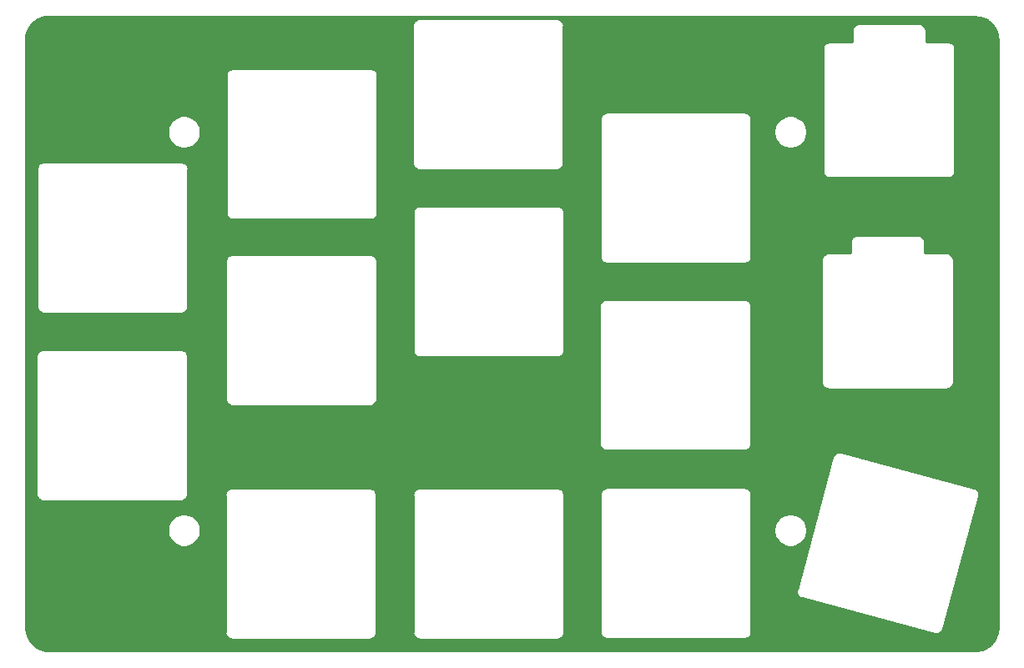
<source format=gbl>
G04 #@! TF.GenerationSoftware,KiCad,Pcbnew,(5.1.4-0-10_14)*
G04 #@! TF.CreationDate,2019-10-29T21:54:22+09:00*
G04 #@! TF.ProjectId,nilgiri_front,6e696c67-6972-4695-9f66-726f6e742e6b,rev?*
G04 #@! TF.SameCoordinates,Original*
G04 #@! TF.FileFunction,Copper,L2,Bot*
G04 #@! TF.FilePolarity,Positive*
%FSLAX46Y46*%
G04 Gerber Fmt 4.6, Leading zero omitted, Abs format (unit mm)*
G04 Created by KiCad (PCBNEW (5.1.4-0-10_14)) date 2019-10-29 21:54:22*
%MOMM*%
%LPD*%
G04 APERTURE LIST*
%ADD10C,0.254000*%
G04 APERTURE END LIST*
D10*
G36*
X182997334Y-59194184D02*
G01*
X183124713Y-59208733D01*
X183129246Y-59209375D01*
X183130827Y-59209432D01*
X183135006Y-59209909D01*
X183144919Y-59209999D01*
X183148720Y-59210007D01*
X183271712Y-59213564D01*
X183382147Y-59222145D01*
X183487935Y-59235409D01*
X183586324Y-59252291D01*
X183681550Y-59272927D01*
X183775671Y-59297592D01*
X183864420Y-59324870D01*
X183949802Y-59354955D01*
X184036367Y-59389456D01*
X184116669Y-59425224D01*
X184193893Y-59463228D01*
X184268774Y-59503641D01*
X184341621Y-59546523D01*
X184412769Y-59592022D01*
X184482238Y-59640139D01*
X184548048Y-59689350D01*
X184615823Y-59744025D01*
X184677236Y-59797378D01*
X184736420Y-59852583D01*
X184796173Y-59912467D01*
X184852190Y-59972820D01*
X184906469Y-60035680D01*
X184957829Y-60099660D01*
X185007145Y-60165814D01*
X185055081Y-60235249D01*
X185101527Y-60308188D01*
X185144054Y-60380827D01*
X185185865Y-60458873D01*
X185223923Y-60536996D01*
X185259395Y-60617552D01*
X185292851Y-60702481D01*
X185322501Y-60787598D01*
X185350105Y-60878680D01*
X185373844Y-60970776D01*
X185394587Y-61068434D01*
X185411037Y-61166997D01*
X185423875Y-61273369D01*
X185431755Y-61380328D01*
X185435170Y-61516419D01*
X185452147Y-61653943D01*
X185484947Y-61753487D01*
X185484948Y-120955065D01*
X185451212Y-121059589D01*
X185435075Y-121197213D01*
X185434956Y-121207126D01*
X185434856Y-121227077D01*
X185430770Y-121346869D01*
X185421642Y-121457598D01*
X185408515Y-121559051D01*
X185391212Y-121657961D01*
X185369750Y-121755248D01*
X185345471Y-121846560D01*
X185317708Y-121935860D01*
X185287518Y-122020682D01*
X185252906Y-122106787D01*
X185217567Y-122185574D01*
X185179099Y-122263275D01*
X185138761Y-122337593D01*
X185095704Y-122410359D01*
X185049976Y-122481513D01*
X185002871Y-122549250D01*
X184953447Y-122615137D01*
X184899033Y-122682397D01*
X184844984Y-122744423D01*
X184788606Y-122804629D01*
X184730092Y-122862799D01*
X184669532Y-122918841D01*
X184607183Y-122972527D01*
X184539587Y-123026551D01*
X184473436Y-123075559D01*
X184405602Y-123122127D01*
X184331093Y-123169297D01*
X184252949Y-123214613D01*
X184178670Y-123253972D01*
X184098705Y-123292525D01*
X184019279Y-123327109D01*
X183936490Y-123359403D01*
X183850739Y-123388986D01*
X183757986Y-123416753D01*
X183667187Y-123439830D01*
X183571859Y-123459818D01*
X183472788Y-123476131D01*
X183370029Y-123488382D01*
X183262084Y-123496239D01*
X183128865Y-123499518D01*
X182991334Y-123516429D01*
X182891405Y-123549303D01*
X89400905Y-123549303D01*
X89295776Y-123515457D01*
X89158139Y-123499421D01*
X89148226Y-123499310D01*
X89132949Y-123499245D01*
X89011067Y-123495248D01*
X88902269Y-123486418D01*
X88796480Y-123472814D01*
X88698604Y-123455712D01*
X88604666Y-123435095D01*
X88513966Y-123411168D01*
X88425171Y-123383779D01*
X88337631Y-123352800D01*
X88255444Y-123319965D01*
X88175172Y-123284210D01*
X88093908Y-123244131D01*
X88019481Y-123203798D01*
X87945614Y-123160119D01*
X87871680Y-123112535D01*
X87803783Y-123065176D01*
X87737937Y-123015629D01*
X87671914Y-122962083D01*
X87609826Y-122907877D01*
X87550009Y-122851770D01*
X87491889Y-122793218D01*
X87435873Y-122732596D01*
X87382144Y-122670102D01*
X87329385Y-122604041D01*
X87280310Y-122537797D01*
X87233666Y-122469852D01*
X87187310Y-122396689D01*
X87144796Y-122323698D01*
X87105091Y-122249310D01*
X87065478Y-122167703D01*
X87030621Y-122088126D01*
X86997648Y-122004049D01*
X86967733Y-121917747D01*
X86940923Y-121828854D01*
X86916378Y-121732975D01*
X86896289Y-121637483D01*
X86879918Y-121538447D01*
X86867660Y-121436197D01*
X86859761Y-121328978D01*
X86856349Y-121192897D01*
X86839375Y-121055373D01*
X86806572Y-120955814D01*
X86806572Y-111136842D01*
X101185000Y-111136842D01*
X101185000Y-111468758D01*
X101249754Y-111794296D01*
X101376772Y-112100947D01*
X101561175Y-112376925D01*
X101795875Y-112611625D01*
X102071853Y-112796028D01*
X102378504Y-112923046D01*
X102704042Y-112987800D01*
X103035958Y-112987800D01*
X103361496Y-112923046D01*
X103668147Y-112796028D01*
X103944125Y-112611625D01*
X104178825Y-112376925D01*
X104363228Y-112100947D01*
X104490246Y-111794296D01*
X104555000Y-111468758D01*
X104555000Y-111136842D01*
X104490246Y-110811304D01*
X104363228Y-110504653D01*
X104178825Y-110228675D01*
X103944125Y-109993975D01*
X103668147Y-109809572D01*
X103361496Y-109682554D01*
X103035958Y-109617800D01*
X102704042Y-109617800D01*
X102378504Y-109682554D01*
X102071853Y-109809572D01*
X101795875Y-109993975D01*
X101561175Y-110228675D01*
X101376772Y-110504653D01*
X101249754Y-110811304D01*
X101185000Y-111136842D01*
X86806572Y-111136842D01*
X86806572Y-93646000D01*
X87871686Y-93646000D01*
X87875001Y-93679657D01*
X87875000Y-107612353D01*
X87871686Y-107646000D01*
X87884912Y-107780283D01*
X87924081Y-107909406D01*
X87987688Y-108028407D01*
X88073289Y-108132711D01*
X88134214Y-108182711D01*
X88177593Y-108218312D01*
X88296594Y-108281919D01*
X88425717Y-108321088D01*
X88560000Y-108334314D01*
X88593647Y-108331000D01*
X102526353Y-108331000D01*
X102560000Y-108334314D01*
X102694283Y-108321088D01*
X102823406Y-108281919D01*
X102942407Y-108218312D01*
X103046711Y-108132711D01*
X103132312Y-108028407D01*
X103195919Y-107909406D01*
X103235088Y-107780283D01*
X103243389Y-107696000D01*
X107021686Y-107696000D01*
X107025001Y-107729657D01*
X107025000Y-121662353D01*
X107021686Y-121696000D01*
X107034912Y-121830283D01*
X107074081Y-121959406D01*
X107137688Y-122078407D01*
X107223289Y-122182711D01*
X107322345Y-122264005D01*
X107327593Y-122268312D01*
X107446594Y-122331919D01*
X107575717Y-122371088D01*
X107710000Y-122384314D01*
X107743647Y-122381000D01*
X121676353Y-122381000D01*
X121710000Y-122384314D01*
X121844283Y-122371088D01*
X121973406Y-122331919D01*
X122092407Y-122268312D01*
X122196711Y-122182711D01*
X122282312Y-122078407D01*
X122345919Y-121959406D01*
X122385088Y-121830283D01*
X122395000Y-121729647D01*
X122395000Y-121729646D01*
X122398314Y-121696000D01*
X122395000Y-121662353D01*
X122395000Y-107729647D01*
X122398314Y-107696000D01*
X126071686Y-107696000D01*
X126075001Y-107729657D01*
X126075000Y-121662353D01*
X126071686Y-121696000D01*
X126084912Y-121830283D01*
X126124081Y-121959406D01*
X126187688Y-122078407D01*
X126273289Y-122182711D01*
X126372345Y-122264005D01*
X126377593Y-122268312D01*
X126496594Y-122331919D01*
X126625717Y-122371088D01*
X126760000Y-122384314D01*
X126793647Y-122381000D01*
X140726353Y-122381000D01*
X140760000Y-122384314D01*
X140894283Y-122371088D01*
X141023406Y-122331919D01*
X141142407Y-122268312D01*
X141246711Y-122182711D01*
X141332312Y-122078407D01*
X141395919Y-121959406D01*
X141435088Y-121830283D01*
X141445000Y-121729647D01*
X141445000Y-121729646D01*
X141448314Y-121696000D01*
X141445000Y-121662353D01*
X141445000Y-107729647D01*
X141448314Y-107696000D01*
X141443390Y-107646000D01*
X145071686Y-107646000D01*
X145075001Y-107679657D01*
X145075000Y-121612353D01*
X145071686Y-121646000D01*
X145084912Y-121780283D01*
X145124081Y-121909406D01*
X145187688Y-122028407D01*
X145273289Y-122132711D01*
X145349619Y-122195354D01*
X145377593Y-122218312D01*
X145496594Y-122281919D01*
X145625717Y-122321088D01*
X145760000Y-122334314D01*
X145793647Y-122331000D01*
X159726353Y-122331000D01*
X159760000Y-122334314D01*
X159894283Y-122321088D01*
X160023406Y-122281919D01*
X160142407Y-122218312D01*
X160246711Y-122132711D01*
X160332312Y-122028407D01*
X160395919Y-121909406D01*
X160435088Y-121780283D01*
X160445000Y-121679647D01*
X160445000Y-121679646D01*
X160448314Y-121646000D01*
X160445000Y-121612353D01*
X160445000Y-117500729D01*
X164999947Y-117500729D01*
X165004361Y-117635589D01*
X165035001Y-117766998D01*
X165090690Y-117889903D01*
X165169284Y-117999583D01*
X165267768Y-118091823D01*
X165382353Y-118163076D01*
X165508638Y-118210607D01*
X165541998Y-118216115D01*
X178999956Y-121822164D01*
X179031599Y-121834074D01*
X179064956Y-121839581D01*
X179164729Y-121856054D01*
X179299590Y-121851639D01*
X179430998Y-121820999D01*
X179553904Y-121765310D01*
X179663584Y-121686716D01*
X179755823Y-121588232D01*
X179827077Y-121473647D01*
X179874607Y-121347362D01*
X179880115Y-121313999D01*
X183486164Y-107856046D01*
X183498074Y-107824401D01*
X183520054Y-107691271D01*
X183515639Y-107556410D01*
X183484999Y-107425001D01*
X183429311Y-107302096D01*
X183350716Y-107192416D01*
X183252233Y-107100177D01*
X183137647Y-107028923D01*
X183043006Y-106993302D01*
X183042998Y-106993300D01*
X183011362Y-106981393D01*
X182978011Y-106975887D01*
X169520048Y-103369837D01*
X169488401Y-103357926D01*
X169355271Y-103335946D01*
X169220410Y-103340361D01*
X169089001Y-103371001D01*
X168966096Y-103426689D01*
X168856416Y-103505284D01*
X168764177Y-103603767D01*
X168692923Y-103718353D01*
X168657302Y-103812994D01*
X168657299Y-103813004D01*
X168645393Y-103844638D01*
X168639887Y-103877986D01*
X165033836Y-117335954D01*
X165021926Y-117367599D01*
X165016419Y-117400957D01*
X164999947Y-117500729D01*
X160445000Y-117500729D01*
X160445000Y-111136842D01*
X162703800Y-111136842D01*
X162703800Y-111468758D01*
X162768554Y-111794296D01*
X162895572Y-112100947D01*
X163079975Y-112376925D01*
X163314675Y-112611625D01*
X163590653Y-112796028D01*
X163897304Y-112923046D01*
X164222842Y-112987800D01*
X164554758Y-112987800D01*
X164880296Y-112923046D01*
X165186947Y-112796028D01*
X165462925Y-112611625D01*
X165697625Y-112376925D01*
X165882028Y-112100947D01*
X166009046Y-111794296D01*
X166073800Y-111468758D01*
X166073800Y-111136842D01*
X166009046Y-110811304D01*
X165882028Y-110504653D01*
X165697625Y-110228675D01*
X165462925Y-109993975D01*
X165186947Y-109809572D01*
X164880296Y-109682554D01*
X164554758Y-109617800D01*
X164222842Y-109617800D01*
X163897304Y-109682554D01*
X163590653Y-109809572D01*
X163314675Y-109993975D01*
X163079975Y-110228675D01*
X162895572Y-110504653D01*
X162768554Y-110811304D01*
X162703800Y-111136842D01*
X160445000Y-111136842D01*
X160445000Y-107679646D01*
X160448314Y-107646000D01*
X160435088Y-107511717D01*
X160395919Y-107382594D01*
X160332312Y-107263593D01*
X160246711Y-107159289D01*
X160142407Y-107073688D01*
X160023406Y-107010081D01*
X159894283Y-106970912D01*
X159793647Y-106961000D01*
X159760000Y-106957686D01*
X159726353Y-106961000D01*
X145793647Y-106961000D01*
X145760000Y-106957686D01*
X145726353Y-106961000D01*
X145625717Y-106970912D01*
X145496594Y-107010081D01*
X145377593Y-107073688D01*
X145273289Y-107159289D01*
X145187688Y-107263593D01*
X145124081Y-107382594D01*
X145084912Y-107511717D01*
X145071686Y-107646000D01*
X141443390Y-107646000D01*
X141435088Y-107561717D01*
X141395919Y-107432594D01*
X141332312Y-107313593D01*
X141246711Y-107209289D01*
X141142407Y-107123688D01*
X141023406Y-107060081D01*
X140894283Y-107020912D01*
X140793647Y-107011000D01*
X140760000Y-107007686D01*
X140726353Y-107011000D01*
X126793647Y-107011000D01*
X126760000Y-107007686D01*
X126726353Y-107011000D01*
X126625717Y-107020912D01*
X126496594Y-107060081D01*
X126377593Y-107123688D01*
X126273289Y-107209289D01*
X126187688Y-107313593D01*
X126124081Y-107432594D01*
X126084912Y-107561717D01*
X126071686Y-107696000D01*
X122398314Y-107696000D01*
X122385088Y-107561717D01*
X122345919Y-107432594D01*
X122282312Y-107313593D01*
X122196711Y-107209289D01*
X122092407Y-107123688D01*
X121973406Y-107060081D01*
X121844283Y-107020912D01*
X121743647Y-107011000D01*
X121710000Y-107007686D01*
X121676353Y-107011000D01*
X107743647Y-107011000D01*
X107710000Y-107007686D01*
X107676353Y-107011000D01*
X107575717Y-107020912D01*
X107446594Y-107060081D01*
X107327593Y-107123688D01*
X107223289Y-107209289D01*
X107137688Y-107313593D01*
X107074081Y-107432594D01*
X107034912Y-107561717D01*
X107021686Y-107696000D01*
X103243389Y-107696000D01*
X103245000Y-107679647D01*
X103245000Y-107679646D01*
X103248314Y-107646000D01*
X103245000Y-107612353D01*
X103245000Y-93679647D01*
X103248314Y-93646000D01*
X103235088Y-93511717D01*
X103195919Y-93382594D01*
X103132312Y-93263593D01*
X103046711Y-93159289D01*
X102942407Y-93073688D01*
X102823406Y-93010081D01*
X102694283Y-92970912D01*
X102593647Y-92961000D01*
X102560000Y-92957686D01*
X102526353Y-92961000D01*
X88593647Y-92961000D01*
X88560000Y-92957686D01*
X88526353Y-92961000D01*
X88425717Y-92970912D01*
X88296594Y-93010081D01*
X88177593Y-93073688D01*
X88073289Y-93159289D01*
X87987688Y-93263593D01*
X87924081Y-93382594D01*
X87884912Y-93511717D01*
X87871686Y-93646000D01*
X86806572Y-93646000D01*
X86806572Y-74596000D01*
X87921686Y-74596000D01*
X87925001Y-74629657D01*
X87925000Y-88562353D01*
X87921686Y-88596000D01*
X87934912Y-88730283D01*
X87974081Y-88859406D01*
X88037688Y-88978407D01*
X88123289Y-89082711D01*
X88227593Y-89168312D01*
X88346594Y-89231919D01*
X88475717Y-89271088D01*
X88610000Y-89284314D01*
X88643647Y-89281000D01*
X102576353Y-89281000D01*
X102610000Y-89284314D01*
X102744283Y-89271088D01*
X102873406Y-89231919D01*
X102992407Y-89168312D01*
X103096711Y-89082711D01*
X103182312Y-88978407D01*
X103245919Y-88859406D01*
X103285088Y-88730283D01*
X103295000Y-88629647D01*
X103295000Y-88629646D01*
X103298314Y-88596000D01*
X103295000Y-88562353D01*
X103295000Y-83996000D01*
X107071686Y-83996000D01*
X107075001Y-84029657D01*
X107075000Y-97962353D01*
X107071686Y-97996000D01*
X107084912Y-98130283D01*
X107124081Y-98259406D01*
X107187688Y-98378407D01*
X107273289Y-98482711D01*
X107377593Y-98568312D01*
X107496594Y-98631919D01*
X107625717Y-98671088D01*
X107760000Y-98684314D01*
X107793647Y-98681000D01*
X121726353Y-98681000D01*
X121760000Y-98684314D01*
X121894283Y-98671088D01*
X122023406Y-98631919D01*
X122142407Y-98568312D01*
X122246711Y-98482711D01*
X122332312Y-98378407D01*
X122395919Y-98259406D01*
X122435088Y-98130283D01*
X122445000Y-98029647D01*
X122445000Y-98029646D01*
X122448314Y-97996000D01*
X122445000Y-97962353D01*
X122445000Y-84029647D01*
X122448314Y-83996000D01*
X122435088Y-83861717D01*
X122395919Y-83732594D01*
X122332312Y-83613593D01*
X122246711Y-83509289D01*
X122142407Y-83423688D01*
X122023406Y-83360081D01*
X121894283Y-83320912D01*
X121793647Y-83311000D01*
X121760000Y-83307686D01*
X121726353Y-83311000D01*
X107793647Y-83311000D01*
X107760000Y-83307686D01*
X107726353Y-83311000D01*
X107625717Y-83320912D01*
X107496594Y-83360081D01*
X107377593Y-83423688D01*
X107273289Y-83509289D01*
X107187688Y-83613593D01*
X107124081Y-83732594D01*
X107084912Y-83861717D01*
X107071686Y-83996000D01*
X103295000Y-83996000D01*
X103295000Y-74629647D01*
X103298314Y-74596000D01*
X103285088Y-74461717D01*
X103245919Y-74332594D01*
X103182312Y-74213593D01*
X103096711Y-74109289D01*
X102992407Y-74023688D01*
X102873406Y-73960081D01*
X102744283Y-73920912D01*
X102643647Y-73911000D01*
X102610000Y-73907686D01*
X102576353Y-73911000D01*
X88643647Y-73911000D01*
X88610000Y-73907686D01*
X88576353Y-73911000D01*
X88475717Y-73920912D01*
X88346594Y-73960081D01*
X88227593Y-74023688D01*
X88123289Y-74109289D01*
X88037688Y-74213593D01*
X87974081Y-74332594D01*
X87934912Y-74461717D01*
X87921686Y-74596000D01*
X86806572Y-74596000D01*
X86806572Y-70700042D01*
X101185000Y-70700042D01*
X101185000Y-71031958D01*
X101249754Y-71357496D01*
X101376772Y-71664147D01*
X101561175Y-71940125D01*
X101795875Y-72174825D01*
X102071853Y-72359228D01*
X102378504Y-72486246D01*
X102704042Y-72551000D01*
X103035958Y-72551000D01*
X103361496Y-72486246D01*
X103668147Y-72359228D01*
X103944125Y-72174825D01*
X104178825Y-71940125D01*
X104363228Y-71664147D01*
X104490246Y-71357496D01*
X104555000Y-71031958D01*
X104555000Y-70700042D01*
X104490246Y-70374504D01*
X104363228Y-70067853D01*
X104178825Y-69791875D01*
X103944125Y-69557175D01*
X103668147Y-69372772D01*
X103361496Y-69245754D01*
X103035958Y-69181000D01*
X102704042Y-69181000D01*
X102378504Y-69245754D01*
X102071853Y-69372772D01*
X101795875Y-69557175D01*
X101561175Y-69791875D01*
X101376772Y-70067853D01*
X101249754Y-70374504D01*
X101185000Y-70700042D01*
X86806572Y-70700042D01*
X86806572Y-65096000D01*
X107121686Y-65096000D01*
X107125001Y-65129657D01*
X107125000Y-79062353D01*
X107121686Y-79096000D01*
X107134912Y-79230283D01*
X107174081Y-79359406D01*
X107237688Y-79478407D01*
X107323289Y-79582711D01*
X107427593Y-79668312D01*
X107546594Y-79731919D01*
X107675717Y-79771088D01*
X107810000Y-79784314D01*
X107843647Y-79781000D01*
X121776353Y-79781000D01*
X121810000Y-79784314D01*
X121944283Y-79771088D01*
X122073406Y-79731919D01*
X122192407Y-79668312D01*
X122296711Y-79582711D01*
X122382312Y-79478407D01*
X122445919Y-79359406D01*
X122485088Y-79230283D01*
X122495000Y-79129647D01*
X122495000Y-79129646D01*
X122498314Y-79096000D01*
X122495000Y-79062353D01*
X122495000Y-79046000D01*
X126071686Y-79046000D01*
X126075001Y-79079657D01*
X126075000Y-93012353D01*
X126071686Y-93046000D01*
X126084912Y-93180283D01*
X126124081Y-93309406D01*
X126187688Y-93428407D01*
X126273289Y-93532711D01*
X126370332Y-93612353D01*
X126377593Y-93618312D01*
X126496594Y-93681919D01*
X126625717Y-93721088D01*
X126760000Y-93734314D01*
X126793647Y-93731000D01*
X140726353Y-93731000D01*
X140760000Y-93734314D01*
X140894283Y-93721088D01*
X141023406Y-93681919D01*
X141142407Y-93618312D01*
X141246711Y-93532711D01*
X141332312Y-93428407D01*
X141395919Y-93309406D01*
X141435088Y-93180283D01*
X141445000Y-93079647D01*
X141445000Y-93079646D01*
X141448314Y-93046000D01*
X141445000Y-93012353D01*
X141445000Y-88546000D01*
X145021686Y-88546000D01*
X145025001Y-88579657D01*
X145025000Y-102512353D01*
X145021686Y-102546000D01*
X145034912Y-102680283D01*
X145074081Y-102809406D01*
X145137688Y-102928407D01*
X145223289Y-103032711D01*
X145327593Y-103118312D01*
X145446594Y-103181919D01*
X145575717Y-103221088D01*
X145710000Y-103234314D01*
X145743647Y-103231000D01*
X159676353Y-103231000D01*
X159710000Y-103234314D01*
X159844283Y-103221088D01*
X159973406Y-103181919D01*
X160092407Y-103118312D01*
X160196711Y-103032711D01*
X160282312Y-102928407D01*
X160345919Y-102809406D01*
X160385088Y-102680283D01*
X160395000Y-102579647D01*
X160395000Y-102579646D01*
X160398314Y-102546000D01*
X160395000Y-102512353D01*
X160395000Y-88579647D01*
X160398314Y-88546000D01*
X160385088Y-88411717D01*
X160345919Y-88282594D01*
X160282312Y-88163593D01*
X160196711Y-88059289D01*
X160092407Y-87973688D01*
X159973406Y-87910081D01*
X159844283Y-87870912D01*
X159743647Y-87861000D01*
X159710000Y-87857686D01*
X159676353Y-87861000D01*
X145743647Y-87861000D01*
X145710000Y-87857686D01*
X145676353Y-87861000D01*
X145575717Y-87870912D01*
X145446594Y-87910081D01*
X145327593Y-87973688D01*
X145223289Y-88059289D01*
X145137688Y-88163593D01*
X145074081Y-88282594D01*
X145034912Y-88411717D01*
X145021686Y-88546000D01*
X141445000Y-88546000D01*
X141445000Y-79079647D01*
X141448314Y-79046000D01*
X141435088Y-78911717D01*
X141395919Y-78782594D01*
X141332312Y-78663593D01*
X141246711Y-78559289D01*
X141142407Y-78473688D01*
X141023406Y-78410081D01*
X140894283Y-78370912D01*
X140793647Y-78361000D01*
X140760000Y-78357686D01*
X140726353Y-78361000D01*
X126793647Y-78361000D01*
X126760000Y-78357686D01*
X126726353Y-78361000D01*
X126625717Y-78370912D01*
X126496594Y-78410081D01*
X126377593Y-78473688D01*
X126273289Y-78559289D01*
X126187688Y-78663593D01*
X126124081Y-78782594D01*
X126084912Y-78911717D01*
X126071686Y-79046000D01*
X122495000Y-79046000D01*
X122495000Y-65129647D01*
X122498314Y-65096000D01*
X122485088Y-64961717D01*
X122445919Y-64832594D01*
X122382312Y-64713593D01*
X122296711Y-64609289D01*
X122192407Y-64523688D01*
X122073406Y-64460081D01*
X121944283Y-64420912D01*
X121843647Y-64411000D01*
X121810000Y-64407686D01*
X121776353Y-64411000D01*
X107843647Y-64411000D01*
X107810000Y-64407686D01*
X107776353Y-64411000D01*
X107675717Y-64420912D01*
X107546594Y-64460081D01*
X107427593Y-64523688D01*
X107323289Y-64609289D01*
X107237688Y-64713593D01*
X107174081Y-64832594D01*
X107134912Y-64961717D01*
X107121686Y-65096000D01*
X86806572Y-65096000D01*
X86806572Y-61499454D01*
X86806591Y-61490192D01*
X86807152Y-61446736D01*
X86808275Y-61408793D01*
X86809984Y-61371221D01*
X86812270Y-61333960D01*
X86815127Y-61296959D01*
X86818765Y-61258079D01*
X86823289Y-61217181D01*
X86827634Y-61182982D01*
X86832857Y-61146370D01*
X86838261Y-61112235D01*
X86844568Y-61075995D01*
X86851102Y-61041596D01*
X86857924Y-61008380D01*
X86865392Y-60974563D01*
X86872956Y-60942529D01*
X86881170Y-60909853D01*
X86890587Y-60874641D01*
X86899333Y-60843780D01*
X86908734Y-60812297D01*
X86918107Y-60782425D01*
X86927681Y-60753289D01*
X86938700Y-60721261D01*
X86949070Y-60692430D01*
X86959641Y-60664212D01*
X86971283Y-60634365D01*
X86984022Y-60603025D01*
X86998081Y-60569863D01*
X87010047Y-60542712D01*
X87023396Y-60513489D01*
X87036222Y-60486380D01*
X87049669Y-60458881D01*
X87062981Y-60432533D01*
X87076905Y-60405827D01*
X87091061Y-60379510D01*
X87106678Y-60351372D01*
X87120723Y-60326820D01*
X87135771Y-60301265D01*
X87151276Y-60275685D01*
X87167152Y-60250231D01*
X87183636Y-60224543D01*
X87199019Y-60201222D01*
X87215533Y-60176840D01*
X87233809Y-60150602D01*
X87250915Y-60126713D01*
X87267756Y-60103798D01*
X87285704Y-60080002D01*
X87305336Y-60054671D01*
X87312233Y-60046000D01*
X126021686Y-60046000D01*
X126025001Y-60079657D01*
X126025000Y-74012353D01*
X126021686Y-74046000D01*
X126034912Y-74180283D01*
X126074081Y-74309406D01*
X126137688Y-74428407D01*
X126223289Y-74532711D01*
X126284071Y-74582594D01*
X126327593Y-74618312D01*
X126446594Y-74681919D01*
X126575717Y-74721088D01*
X126710000Y-74734314D01*
X126743647Y-74731000D01*
X140676353Y-74731000D01*
X140710000Y-74734314D01*
X140844283Y-74721088D01*
X140973406Y-74681919D01*
X141092407Y-74618312D01*
X141196711Y-74532711D01*
X141282312Y-74428407D01*
X141345919Y-74309406D01*
X141385088Y-74180283D01*
X141395000Y-74079647D01*
X141395000Y-74079646D01*
X141398314Y-74046000D01*
X141395000Y-74012353D01*
X141395000Y-69546000D01*
X145071686Y-69546000D01*
X145075001Y-69579657D01*
X145075000Y-83512353D01*
X145071686Y-83546000D01*
X145084912Y-83680283D01*
X145124081Y-83809406D01*
X145187688Y-83928407D01*
X145273289Y-84032711D01*
X145366740Y-84109405D01*
X145377593Y-84118312D01*
X145496594Y-84181919D01*
X145625717Y-84221088D01*
X145760000Y-84234314D01*
X145793647Y-84231000D01*
X159726353Y-84231000D01*
X159760000Y-84234314D01*
X159894283Y-84221088D01*
X160023406Y-84181919D01*
X160142407Y-84118312D01*
X160246711Y-84032711D01*
X160332312Y-83928407D01*
X160376359Y-83846000D01*
X167521686Y-83846000D01*
X167525001Y-83879657D01*
X167525000Y-96262353D01*
X167521686Y-96296000D01*
X167534912Y-96430283D01*
X167574081Y-96559406D01*
X167637688Y-96678407D01*
X167723289Y-96782711D01*
X167827593Y-96868312D01*
X167946594Y-96931919D01*
X168075717Y-96971088D01*
X168210000Y-96984314D01*
X168243647Y-96981000D01*
X180226353Y-96981000D01*
X180260000Y-96984314D01*
X180394283Y-96971088D01*
X180523406Y-96931919D01*
X180642407Y-96868312D01*
X180746711Y-96782711D01*
X180832312Y-96678407D01*
X180895919Y-96559406D01*
X180935088Y-96430283D01*
X180945000Y-96329647D01*
X180945000Y-96329646D01*
X180948314Y-96296000D01*
X180945000Y-96262353D01*
X180945000Y-83879646D01*
X180948314Y-83846000D01*
X180935088Y-83711717D01*
X180895919Y-83582594D01*
X180832312Y-83463593D01*
X180746711Y-83359289D01*
X180642407Y-83273688D01*
X180523406Y-83210081D01*
X180394283Y-83170912D01*
X180293647Y-83161000D01*
X180260000Y-83157686D01*
X180226353Y-83161000D01*
X177995000Y-83161000D01*
X177995000Y-82029647D01*
X177998314Y-81996000D01*
X177985088Y-81861717D01*
X177945919Y-81732594D01*
X177882312Y-81613593D01*
X177796711Y-81509289D01*
X177692407Y-81423688D01*
X177573406Y-81360081D01*
X177444283Y-81320912D01*
X177343647Y-81311000D01*
X177310000Y-81307686D01*
X177276353Y-81311000D01*
X171193647Y-81311000D01*
X171160000Y-81307686D01*
X171126353Y-81311000D01*
X171025717Y-81320912D01*
X170896594Y-81360081D01*
X170777593Y-81423688D01*
X170673289Y-81509289D01*
X170587688Y-81613593D01*
X170524081Y-81732594D01*
X170484912Y-81861717D01*
X170471686Y-81996000D01*
X170475001Y-82029657D01*
X170475000Y-83161000D01*
X168243647Y-83161000D01*
X168210000Y-83157686D01*
X168176353Y-83161000D01*
X168075717Y-83170912D01*
X167946594Y-83210081D01*
X167827593Y-83273688D01*
X167723289Y-83359289D01*
X167637688Y-83463593D01*
X167574081Y-83582594D01*
X167534912Y-83711717D01*
X167521686Y-83846000D01*
X160376359Y-83846000D01*
X160395919Y-83809406D01*
X160435088Y-83680283D01*
X160445000Y-83579647D01*
X160445000Y-83579646D01*
X160448314Y-83546000D01*
X160445000Y-83512353D01*
X160445000Y-70700042D01*
X162703800Y-70700042D01*
X162703800Y-71031958D01*
X162768554Y-71357496D01*
X162895572Y-71664147D01*
X163079975Y-71940125D01*
X163314675Y-72174825D01*
X163590653Y-72359228D01*
X163897304Y-72486246D01*
X164222842Y-72551000D01*
X164554758Y-72551000D01*
X164880296Y-72486246D01*
X165186947Y-72359228D01*
X165462925Y-72174825D01*
X165697625Y-71940125D01*
X165882028Y-71664147D01*
X166009046Y-71357496D01*
X166073800Y-71031958D01*
X166073800Y-70700042D01*
X166009046Y-70374504D01*
X165882028Y-70067853D01*
X165697625Y-69791875D01*
X165462925Y-69557175D01*
X165186947Y-69372772D01*
X164880296Y-69245754D01*
X164554758Y-69181000D01*
X164222842Y-69181000D01*
X163897304Y-69245754D01*
X163590653Y-69372772D01*
X163314675Y-69557175D01*
X163079975Y-69791875D01*
X162895572Y-70067853D01*
X162768554Y-70374504D01*
X162703800Y-70700042D01*
X160445000Y-70700042D01*
X160445000Y-69579647D01*
X160448314Y-69546000D01*
X160435088Y-69411717D01*
X160395919Y-69282594D01*
X160332312Y-69163593D01*
X160246711Y-69059289D01*
X160142407Y-68973688D01*
X160023406Y-68910081D01*
X159894283Y-68870912D01*
X159793647Y-68861000D01*
X159760000Y-68857686D01*
X159726353Y-68861000D01*
X145793647Y-68861000D01*
X145760000Y-68857686D01*
X145726353Y-68861000D01*
X145625717Y-68870912D01*
X145496594Y-68910081D01*
X145377593Y-68973688D01*
X145273289Y-69059289D01*
X145187688Y-69163593D01*
X145124081Y-69282594D01*
X145084912Y-69411717D01*
X145071686Y-69546000D01*
X141395000Y-69546000D01*
X141395000Y-62396000D01*
X167671686Y-62396000D01*
X167675001Y-62429657D01*
X167675000Y-74812353D01*
X167671686Y-74846000D01*
X167684912Y-74980283D01*
X167724081Y-75109406D01*
X167787688Y-75228407D01*
X167873289Y-75332711D01*
X167977593Y-75418312D01*
X168096594Y-75481919D01*
X168225717Y-75521088D01*
X168360000Y-75534314D01*
X168393647Y-75531000D01*
X180376353Y-75531000D01*
X180410000Y-75534314D01*
X180544283Y-75521088D01*
X180673406Y-75481919D01*
X180792407Y-75418312D01*
X180896711Y-75332711D01*
X180982312Y-75228407D01*
X181045919Y-75109406D01*
X181085088Y-74980283D01*
X181095000Y-74879647D01*
X181095000Y-74879646D01*
X181098314Y-74846000D01*
X181095000Y-74812353D01*
X181095000Y-62429646D01*
X181098314Y-62396000D01*
X181085088Y-62261717D01*
X181045919Y-62132594D01*
X180982312Y-62013593D01*
X180896711Y-61909289D01*
X180792407Y-61823688D01*
X180673406Y-61760081D01*
X180544283Y-61720912D01*
X180443647Y-61711000D01*
X180410000Y-61707686D01*
X180376353Y-61711000D01*
X178145000Y-61711000D01*
X178145000Y-60579647D01*
X178148314Y-60546000D01*
X178144928Y-60511617D01*
X178135088Y-60411717D01*
X178095919Y-60282594D01*
X178032312Y-60163593D01*
X178029930Y-60160690D01*
X177946711Y-60059289D01*
X177842407Y-59973688D01*
X177723406Y-59910081D01*
X177594283Y-59870912D01*
X177493647Y-59861000D01*
X177460000Y-59857686D01*
X177426353Y-59861000D01*
X171343647Y-59861000D01*
X171310000Y-59857686D01*
X171276353Y-59861000D01*
X171175717Y-59870912D01*
X171046594Y-59910081D01*
X170927593Y-59973688D01*
X170823289Y-60059289D01*
X170737688Y-60163593D01*
X170674081Y-60282594D01*
X170634912Y-60411717D01*
X170621686Y-60546000D01*
X170625001Y-60579657D01*
X170625000Y-61711000D01*
X168393647Y-61711000D01*
X168360000Y-61707686D01*
X168326353Y-61711000D01*
X168225717Y-61720912D01*
X168096594Y-61760081D01*
X167977593Y-61823688D01*
X167873289Y-61909289D01*
X167787688Y-62013593D01*
X167724081Y-62132594D01*
X167684912Y-62261717D01*
X167671686Y-62396000D01*
X141395000Y-62396000D01*
X141395000Y-60079647D01*
X141398314Y-60046000D01*
X141390685Y-59968538D01*
X141385088Y-59911717D01*
X141345919Y-59782594D01*
X141282312Y-59663593D01*
X141273277Y-59652584D01*
X141196711Y-59559289D01*
X141092407Y-59473688D01*
X140973406Y-59410081D01*
X140844283Y-59370912D01*
X140743647Y-59361000D01*
X140710000Y-59357686D01*
X140676353Y-59361000D01*
X126743647Y-59361000D01*
X126710000Y-59357686D01*
X126676353Y-59361000D01*
X126575717Y-59370912D01*
X126446594Y-59410081D01*
X126327593Y-59473688D01*
X126223289Y-59559289D01*
X126137688Y-59663593D01*
X126074081Y-59782594D01*
X126034912Y-59911717D01*
X126021686Y-60046000D01*
X87312233Y-60046000D01*
X87322603Y-60032965D01*
X87341467Y-60009847D01*
X87362924Y-59984247D01*
X87380487Y-59963846D01*
X87413765Y-59926425D01*
X87432171Y-59906386D01*
X87452400Y-59884901D01*
X87471729Y-59864866D01*
X87492949Y-59843408D01*
X87512825Y-59823793D01*
X87534444Y-59802978D01*
X87554833Y-59783826D01*
X87575913Y-59764497D01*
X87596404Y-59746152D01*
X87619082Y-59726345D01*
X87640366Y-59708210D01*
X87661968Y-59690247D01*
X87683891Y-59672452D01*
X87705761Y-59655133D01*
X87729541Y-59636775D01*
X87753583Y-59618697D01*
X87776074Y-59602216D01*
X87800163Y-59585015D01*
X87823605Y-59568711D01*
X87846880Y-59552940D01*
X87870316Y-59537463D01*
X87896103Y-59520895D01*
X87920699Y-59505532D01*
X87944920Y-59490815D01*
X87972483Y-59474548D01*
X87999746Y-59458958D01*
X88032949Y-59440618D01*
X88059044Y-59426686D01*
X88085634Y-59412932D01*
X88114197Y-59398634D01*
X88142990Y-59384711D01*
X88170646Y-59371793D01*
X88197636Y-59359612D01*
X88225812Y-59347332D01*
X88253237Y-59335804D01*
X88281281Y-59324441D01*
X88309485Y-59313438D01*
X88337759Y-59302834D01*
X88367933Y-59291979D01*
X88402087Y-59280252D01*
X88434175Y-59269776D01*
X88468840Y-59259033D01*
X88499638Y-59249984D01*
X88531200Y-59241193D01*
X88563643Y-59232654D01*
X88595174Y-59224832D01*
X88627171Y-59217376D01*
X88663071Y-59209573D01*
X88695156Y-59203100D01*
X88731493Y-59196335D01*
X88765041Y-59190616D01*
X88799583Y-59185254D01*
X88834228Y-59180404D01*
X88868913Y-59176079D01*
X88905870Y-59172046D01*
X88942933Y-59168591D01*
X88979468Y-59165767D01*
X89027853Y-59162898D01*
X89068004Y-59161260D01*
X89106133Y-59160337D01*
X89147906Y-59160000D01*
X182890324Y-59160000D01*
X182997334Y-59194184D01*
X182997334Y-59194184D01*
G37*
X182997334Y-59194184D02*
X183124713Y-59208733D01*
X183129246Y-59209375D01*
X183130827Y-59209432D01*
X183135006Y-59209909D01*
X183144919Y-59209999D01*
X183148720Y-59210007D01*
X183271712Y-59213564D01*
X183382147Y-59222145D01*
X183487935Y-59235409D01*
X183586324Y-59252291D01*
X183681550Y-59272927D01*
X183775671Y-59297592D01*
X183864420Y-59324870D01*
X183949802Y-59354955D01*
X184036367Y-59389456D01*
X184116669Y-59425224D01*
X184193893Y-59463228D01*
X184268774Y-59503641D01*
X184341621Y-59546523D01*
X184412769Y-59592022D01*
X184482238Y-59640139D01*
X184548048Y-59689350D01*
X184615823Y-59744025D01*
X184677236Y-59797378D01*
X184736420Y-59852583D01*
X184796173Y-59912467D01*
X184852190Y-59972820D01*
X184906469Y-60035680D01*
X184957829Y-60099660D01*
X185007145Y-60165814D01*
X185055081Y-60235249D01*
X185101527Y-60308188D01*
X185144054Y-60380827D01*
X185185865Y-60458873D01*
X185223923Y-60536996D01*
X185259395Y-60617552D01*
X185292851Y-60702481D01*
X185322501Y-60787598D01*
X185350105Y-60878680D01*
X185373844Y-60970776D01*
X185394587Y-61068434D01*
X185411037Y-61166997D01*
X185423875Y-61273369D01*
X185431755Y-61380328D01*
X185435170Y-61516419D01*
X185452147Y-61653943D01*
X185484947Y-61753487D01*
X185484948Y-120955065D01*
X185451212Y-121059589D01*
X185435075Y-121197213D01*
X185434956Y-121207126D01*
X185434856Y-121227077D01*
X185430770Y-121346869D01*
X185421642Y-121457598D01*
X185408515Y-121559051D01*
X185391212Y-121657961D01*
X185369750Y-121755248D01*
X185345471Y-121846560D01*
X185317708Y-121935860D01*
X185287518Y-122020682D01*
X185252906Y-122106787D01*
X185217567Y-122185574D01*
X185179099Y-122263275D01*
X185138761Y-122337593D01*
X185095704Y-122410359D01*
X185049976Y-122481513D01*
X185002871Y-122549250D01*
X184953447Y-122615137D01*
X184899033Y-122682397D01*
X184844984Y-122744423D01*
X184788606Y-122804629D01*
X184730092Y-122862799D01*
X184669532Y-122918841D01*
X184607183Y-122972527D01*
X184539587Y-123026551D01*
X184473436Y-123075559D01*
X184405602Y-123122127D01*
X184331093Y-123169297D01*
X184252949Y-123214613D01*
X184178670Y-123253972D01*
X184098705Y-123292525D01*
X184019279Y-123327109D01*
X183936490Y-123359403D01*
X183850739Y-123388986D01*
X183757986Y-123416753D01*
X183667187Y-123439830D01*
X183571859Y-123459818D01*
X183472788Y-123476131D01*
X183370029Y-123488382D01*
X183262084Y-123496239D01*
X183128865Y-123499518D01*
X182991334Y-123516429D01*
X182891405Y-123549303D01*
X89400905Y-123549303D01*
X89295776Y-123515457D01*
X89158139Y-123499421D01*
X89148226Y-123499310D01*
X89132949Y-123499245D01*
X89011067Y-123495248D01*
X88902269Y-123486418D01*
X88796480Y-123472814D01*
X88698604Y-123455712D01*
X88604666Y-123435095D01*
X88513966Y-123411168D01*
X88425171Y-123383779D01*
X88337631Y-123352800D01*
X88255444Y-123319965D01*
X88175172Y-123284210D01*
X88093908Y-123244131D01*
X88019481Y-123203798D01*
X87945614Y-123160119D01*
X87871680Y-123112535D01*
X87803783Y-123065176D01*
X87737937Y-123015629D01*
X87671914Y-122962083D01*
X87609826Y-122907877D01*
X87550009Y-122851770D01*
X87491889Y-122793218D01*
X87435873Y-122732596D01*
X87382144Y-122670102D01*
X87329385Y-122604041D01*
X87280310Y-122537797D01*
X87233666Y-122469852D01*
X87187310Y-122396689D01*
X87144796Y-122323698D01*
X87105091Y-122249310D01*
X87065478Y-122167703D01*
X87030621Y-122088126D01*
X86997648Y-122004049D01*
X86967733Y-121917747D01*
X86940923Y-121828854D01*
X86916378Y-121732975D01*
X86896289Y-121637483D01*
X86879918Y-121538447D01*
X86867660Y-121436197D01*
X86859761Y-121328978D01*
X86856349Y-121192897D01*
X86839375Y-121055373D01*
X86806572Y-120955814D01*
X86806572Y-111136842D01*
X101185000Y-111136842D01*
X101185000Y-111468758D01*
X101249754Y-111794296D01*
X101376772Y-112100947D01*
X101561175Y-112376925D01*
X101795875Y-112611625D01*
X102071853Y-112796028D01*
X102378504Y-112923046D01*
X102704042Y-112987800D01*
X103035958Y-112987800D01*
X103361496Y-112923046D01*
X103668147Y-112796028D01*
X103944125Y-112611625D01*
X104178825Y-112376925D01*
X104363228Y-112100947D01*
X104490246Y-111794296D01*
X104555000Y-111468758D01*
X104555000Y-111136842D01*
X104490246Y-110811304D01*
X104363228Y-110504653D01*
X104178825Y-110228675D01*
X103944125Y-109993975D01*
X103668147Y-109809572D01*
X103361496Y-109682554D01*
X103035958Y-109617800D01*
X102704042Y-109617800D01*
X102378504Y-109682554D01*
X102071853Y-109809572D01*
X101795875Y-109993975D01*
X101561175Y-110228675D01*
X101376772Y-110504653D01*
X101249754Y-110811304D01*
X101185000Y-111136842D01*
X86806572Y-111136842D01*
X86806572Y-93646000D01*
X87871686Y-93646000D01*
X87875001Y-93679657D01*
X87875000Y-107612353D01*
X87871686Y-107646000D01*
X87884912Y-107780283D01*
X87924081Y-107909406D01*
X87987688Y-108028407D01*
X88073289Y-108132711D01*
X88134214Y-108182711D01*
X88177593Y-108218312D01*
X88296594Y-108281919D01*
X88425717Y-108321088D01*
X88560000Y-108334314D01*
X88593647Y-108331000D01*
X102526353Y-108331000D01*
X102560000Y-108334314D01*
X102694283Y-108321088D01*
X102823406Y-108281919D01*
X102942407Y-108218312D01*
X103046711Y-108132711D01*
X103132312Y-108028407D01*
X103195919Y-107909406D01*
X103235088Y-107780283D01*
X103243389Y-107696000D01*
X107021686Y-107696000D01*
X107025001Y-107729657D01*
X107025000Y-121662353D01*
X107021686Y-121696000D01*
X107034912Y-121830283D01*
X107074081Y-121959406D01*
X107137688Y-122078407D01*
X107223289Y-122182711D01*
X107322345Y-122264005D01*
X107327593Y-122268312D01*
X107446594Y-122331919D01*
X107575717Y-122371088D01*
X107710000Y-122384314D01*
X107743647Y-122381000D01*
X121676353Y-122381000D01*
X121710000Y-122384314D01*
X121844283Y-122371088D01*
X121973406Y-122331919D01*
X122092407Y-122268312D01*
X122196711Y-122182711D01*
X122282312Y-122078407D01*
X122345919Y-121959406D01*
X122385088Y-121830283D01*
X122395000Y-121729647D01*
X122395000Y-121729646D01*
X122398314Y-121696000D01*
X122395000Y-121662353D01*
X122395000Y-107729647D01*
X122398314Y-107696000D01*
X126071686Y-107696000D01*
X126075001Y-107729657D01*
X126075000Y-121662353D01*
X126071686Y-121696000D01*
X126084912Y-121830283D01*
X126124081Y-121959406D01*
X126187688Y-122078407D01*
X126273289Y-122182711D01*
X126372345Y-122264005D01*
X126377593Y-122268312D01*
X126496594Y-122331919D01*
X126625717Y-122371088D01*
X126760000Y-122384314D01*
X126793647Y-122381000D01*
X140726353Y-122381000D01*
X140760000Y-122384314D01*
X140894283Y-122371088D01*
X141023406Y-122331919D01*
X141142407Y-122268312D01*
X141246711Y-122182711D01*
X141332312Y-122078407D01*
X141395919Y-121959406D01*
X141435088Y-121830283D01*
X141445000Y-121729647D01*
X141445000Y-121729646D01*
X141448314Y-121696000D01*
X141445000Y-121662353D01*
X141445000Y-107729647D01*
X141448314Y-107696000D01*
X141443390Y-107646000D01*
X145071686Y-107646000D01*
X145075001Y-107679657D01*
X145075000Y-121612353D01*
X145071686Y-121646000D01*
X145084912Y-121780283D01*
X145124081Y-121909406D01*
X145187688Y-122028407D01*
X145273289Y-122132711D01*
X145349619Y-122195354D01*
X145377593Y-122218312D01*
X145496594Y-122281919D01*
X145625717Y-122321088D01*
X145760000Y-122334314D01*
X145793647Y-122331000D01*
X159726353Y-122331000D01*
X159760000Y-122334314D01*
X159894283Y-122321088D01*
X160023406Y-122281919D01*
X160142407Y-122218312D01*
X160246711Y-122132711D01*
X160332312Y-122028407D01*
X160395919Y-121909406D01*
X160435088Y-121780283D01*
X160445000Y-121679647D01*
X160445000Y-121679646D01*
X160448314Y-121646000D01*
X160445000Y-121612353D01*
X160445000Y-117500729D01*
X164999947Y-117500729D01*
X165004361Y-117635589D01*
X165035001Y-117766998D01*
X165090690Y-117889903D01*
X165169284Y-117999583D01*
X165267768Y-118091823D01*
X165382353Y-118163076D01*
X165508638Y-118210607D01*
X165541998Y-118216115D01*
X178999956Y-121822164D01*
X179031599Y-121834074D01*
X179064956Y-121839581D01*
X179164729Y-121856054D01*
X179299590Y-121851639D01*
X179430998Y-121820999D01*
X179553904Y-121765310D01*
X179663584Y-121686716D01*
X179755823Y-121588232D01*
X179827077Y-121473647D01*
X179874607Y-121347362D01*
X179880115Y-121313999D01*
X183486164Y-107856046D01*
X183498074Y-107824401D01*
X183520054Y-107691271D01*
X183515639Y-107556410D01*
X183484999Y-107425001D01*
X183429311Y-107302096D01*
X183350716Y-107192416D01*
X183252233Y-107100177D01*
X183137647Y-107028923D01*
X183043006Y-106993302D01*
X183042998Y-106993300D01*
X183011362Y-106981393D01*
X182978011Y-106975887D01*
X169520048Y-103369837D01*
X169488401Y-103357926D01*
X169355271Y-103335946D01*
X169220410Y-103340361D01*
X169089001Y-103371001D01*
X168966096Y-103426689D01*
X168856416Y-103505284D01*
X168764177Y-103603767D01*
X168692923Y-103718353D01*
X168657302Y-103812994D01*
X168657299Y-103813004D01*
X168645393Y-103844638D01*
X168639887Y-103877986D01*
X165033836Y-117335954D01*
X165021926Y-117367599D01*
X165016419Y-117400957D01*
X164999947Y-117500729D01*
X160445000Y-117500729D01*
X160445000Y-111136842D01*
X162703800Y-111136842D01*
X162703800Y-111468758D01*
X162768554Y-111794296D01*
X162895572Y-112100947D01*
X163079975Y-112376925D01*
X163314675Y-112611625D01*
X163590653Y-112796028D01*
X163897304Y-112923046D01*
X164222842Y-112987800D01*
X164554758Y-112987800D01*
X164880296Y-112923046D01*
X165186947Y-112796028D01*
X165462925Y-112611625D01*
X165697625Y-112376925D01*
X165882028Y-112100947D01*
X166009046Y-111794296D01*
X166073800Y-111468758D01*
X166073800Y-111136842D01*
X166009046Y-110811304D01*
X165882028Y-110504653D01*
X165697625Y-110228675D01*
X165462925Y-109993975D01*
X165186947Y-109809572D01*
X164880296Y-109682554D01*
X164554758Y-109617800D01*
X164222842Y-109617800D01*
X163897304Y-109682554D01*
X163590653Y-109809572D01*
X163314675Y-109993975D01*
X163079975Y-110228675D01*
X162895572Y-110504653D01*
X162768554Y-110811304D01*
X162703800Y-111136842D01*
X160445000Y-111136842D01*
X160445000Y-107679646D01*
X160448314Y-107646000D01*
X160435088Y-107511717D01*
X160395919Y-107382594D01*
X160332312Y-107263593D01*
X160246711Y-107159289D01*
X160142407Y-107073688D01*
X160023406Y-107010081D01*
X159894283Y-106970912D01*
X159793647Y-106961000D01*
X159760000Y-106957686D01*
X159726353Y-106961000D01*
X145793647Y-106961000D01*
X145760000Y-106957686D01*
X145726353Y-106961000D01*
X145625717Y-106970912D01*
X145496594Y-107010081D01*
X145377593Y-107073688D01*
X145273289Y-107159289D01*
X145187688Y-107263593D01*
X145124081Y-107382594D01*
X145084912Y-107511717D01*
X145071686Y-107646000D01*
X141443390Y-107646000D01*
X141435088Y-107561717D01*
X141395919Y-107432594D01*
X141332312Y-107313593D01*
X141246711Y-107209289D01*
X141142407Y-107123688D01*
X141023406Y-107060081D01*
X140894283Y-107020912D01*
X140793647Y-107011000D01*
X140760000Y-107007686D01*
X140726353Y-107011000D01*
X126793647Y-107011000D01*
X126760000Y-107007686D01*
X126726353Y-107011000D01*
X126625717Y-107020912D01*
X126496594Y-107060081D01*
X126377593Y-107123688D01*
X126273289Y-107209289D01*
X126187688Y-107313593D01*
X126124081Y-107432594D01*
X126084912Y-107561717D01*
X126071686Y-107696000D01*
X122398314Y-107696000D01*
X122385088Y-107561717D01*
X122345919Y-107432594D01*
X122282312Y-107313593D01*
X122196711Y-107209289D01*
X122092407Y-107123688D01*
X121973406Y-107060081D01*
X121844283Y-107020912D01*
X121743647Y-107011000D01*
X121710000Y-107007686D01*
X121676353Y-107011000D01*
X107743647Y-107011000D01*
X107710000Y-107007686D01*
X107676353Y-107011000D01*
X107575717Y-107020912D01*
X107446594Y-107060081D01*
X107327593Y-107123688D01*
X107223289Y-107209289D01*
X107137688Y-107313593D01*
X107074081Y-107432594D01*
X107034912Y-107561717D01*
X107021686Y-107696000D01*
X103243389Y-107696000D01*
X103245000Y-107679647D01*
X103245000Y-107679646D01*
X103248314Y-107646000D01*
X103245000Y-107612353D01*
X103245000Y-93679647D01*
X103248314Y-93646000D01*
X103235088Y-93511717D01*
X103195919Y-93382594D01*
X103132312Y-93263593D01*
X103046711Y-93159289D01*
X102942407Y-93073688D01*
X102823406Y-93010081D01*
X102694283Y-92970912D01*
X102593647Y-92961000D01*
X102560000Y-92957686D01*
X102526353Y-92961000D01*
X88593647Y-92961000D01*
X88560000Y-92957686D01*
X88526353Y-92961000D01*
X88425717Y-92970912D01*
X88296594Y-93010081D01*
X88177593Y-93073688D01*
X88073289Y-93159289D01*
X87987688Y-93263593D01*
X87924081Y-93382594D01*
X87884912Y-93511717D01*
X87871686Y-93646000D01*
X86806572Y-93646000D01*
X86806572Y-74596000D01*
X87921686Y-74596000D01*
X87925001Y-74629657D01*
X87925000Y-88562353D01*
X87921686Y-88596000D01*
X87934912Y-88730283D01*
X87974081Y-88859406D01*
X88037688Y-88978407D01*
X88123289Y-89082711D01*
X88227593Y-89168312D01*
X88346594Y-89231919D01*
X88475717Y-89271088D01*
X88610000Y-89284314D01*
X88643647Y-89281000D01*
X102576353Y-89281000D01*
X102610000Y-89284314D01*
X102744283Y-89271088D01*
X102873406Y-89231919D01*
X102992407Y-89168312D01*
X103096711Y-89082711D01*
X103182312Y-88978407D01*
X103245919Y-88859406D01*
X103285088Y-88730283D01*
X103295000Y-88629647D01*
X103295000Y-88629646D01*
X103298314Y-88596000D01*
X103295000Y-88562353D01*
X103295000Y-83996000D01*
X107071686Y-83996000D01*
X107075001Y-84029657D01*
X107075000Y-97962353D01*
X107071686Y-97996000D01*
X107084912Y-98130283D01*
X107124081Y-98259406D01*
X107187688Y-98378407D01*
X107273289Y-98482711D01*
X107377593Y-98568312D01*
X107496594Y-98631919D01*
X107625717Y-98671088D01*
X107760000Y-98684314D01*
X107793647Y-98681000D01*
X121726353Y-98681000D01*
X121760000Y-98684314D01*
X121894283Y-98671088D01*
X122023406Y-98631919D01*
X122142407Y-98568312D01*
X122246711Y-98482711D01*
X122332312Y-98378407D01*
X122395919Y-98259406D01*
X122435088Y-98130283D01*
X122445000Y-98029647D01*
X122445000Y-98029646D01*
X122448314Y-97996000D01*
X122445000Y-97962353D01*
X122445000Y-84029647D01*
X122448314Y-83996000D01*
X122435088Y-83861717D01*
X122395919Y-83732594D01*
X122332312Y-83613593D01*
X122246711Y-83509289D01*
X122142407Y-83423688D01*
X122023406Y-83360081D01*
X121894283Y-83320912D01*
X121793647Y-83311000D01*
X121760000Y-83307686D01*
X121726353Y-83311000D01*
X107793647Y-83311000D01*
X107760000Y-83307686D01*
X107726353Y-83311000D01*
X107625717Y-83320912D01*
X107496594Y-83360081D01*
X107377593Y-83423688D01*
X107273289Y-83509289D01*
X107187688Y-83613593D01*
X107124081Y-83732594D01*
X107084912Y-83861717D01*
X107071686Y-83996000D01*
X103295000Y-83996000D01*
X103295000Y-74629647D01*
X103298314Y-74596000D01*
X103285088Y-74461717D01*
X103245919Y-74332594D01*
X103182312Y-74213593D01*
X103096711Y-74109289D01*
X102992407Y-74023688D01*
X102873406Y-73960081D01*
X102744283Y-73920912D01*
X102643647Y-73911000D01*
X102610000Y-73907686D01*
X102576353Y-73911000D01*
X88643647Y-73911000D01*
X88610000Y-73907686D01*
X88576353Y-73911000D01*
X88475717Y-73920912D01*
X88346594Y-73960081D01*
X88227593Y-74023688D01*
X88123289Y-74109289D01*
X88037688Y-74213593D01*
X87974081Y-74332594D01*
X87934912Y-74461717D01*
X87921686Y-74596000D01*
X86806572Y-74596000D01*
X86806572Y-70700042D01*
X101185000Y-70700042D01*
X101185000Y-71031958D01*
X101249754Y-71357496D01*
X101376772Y-71664147D01*
X101561175Y-71940125D01*
X101795875Y-72174825D01*
X102071853Y-72359228D01*
X102378504Y-72486246D01*
X102704042Y-72551000D01*
X103035958Y-72551000D01*
X103361496Y-72486246D01*
X103668147Y-72359228D01*
X103944125Y-72174825D01*
X104178825Y-71940125D01*
X104363228Y-71664147D01*
X104490246Y-71357496D01*
X104555000Y-71031958D01*
X104555000Y-70700042D01*
X104490246Y-70374504D01*
X104363228Y-70067853D01*
X104178825Y-69791875D01*
X103944125Y-69557175D01*
X103668147Y-69372772D01*
X103361496Y-69245754D01*
X103035958Y-69181000D01*
X102704042Y-69181000D01*
X102378504Y-69245754D01*
X102071853Y-69372772D01*
X101795875Y-69557175D01*
X101561175Y-69791875D01*
X101376772Y-70067853D01*
X101249754Y-70374504D01*
X101185000Y-70700042D01*
X86806572Y-70700042D01*
X86806572Y-65096000D01*
X107121686Y-65096000D01*
X107125001Y-65129657D01*
X107125000Y-79062353D01*
X107121686Y-79096000D01*
X107134912Y-79230283D01*
X107174081Y-79359406D01*
X107237688Y-79478407D01*
X107323289Y-79582711D01*
X107427593Y-79668312D01*
X107546594Y-79731919D01*
X107675717Y-79771088D01*
X107810000Y-79784314D01*
X107843647Y-79781000D01*
X121776353Y-79781000D01*
X121810000Y-79784314D01*
X121944283Y-79771088D01*
X122073406Y-79731919D01*
X122192407Y-79668312D01*
X122296711Y-79582711D01*
X122382312Y-79478407D01*
X122445919Y-79359406D01*
X122485088Y-79230283D01*
X122495000Y-79129647D01*
X122495000Y-79129646D01*
X122498314Y-79096000D01*
X122495000Y-79062353D01*
X122495000Y-79046000D01*
X126071686Y-79046000D01*
X126075001Y-79079657D01*
X126075000Y-93012353D01*
X126071686Y-93046000D01*
X126084912Y-93180283D01*
X126124081Y-93309406D01*
X126187688Y-93428407D01*
X126273289Y-93532711D01*
X126370332Y-93612353D01*
X126377593Y-93618312D01*
X126496594Y-93681919D01*
X126625717Y-93721088D01*
X126760000Y-93734314D01*
X126793647Y-93731000D01*
X140726353Y-93731000D01*
X140760000Y-93734314D01*
X140894283Y-93721088D01*
X141023406Y-93681919D01*
X141142407Y-93618312D01*
X141246711Y-93532711D01*
X141332312Y-93428407D01*
X141395919Y-93309406D01*
X141435088Y-93180283D01*
X141445000Y-93079647D01*
X141445000Y-93079646D01*
X141448314Y-93046000D01*
X141445000Y-93012353D01*
X141445000Y-88546000D01*
X145021686Y-88546000D01*
X145025001Y-88579657D01*
X145025000Y-102512353D01*
X145021686Y-102546000D01*
X145034912Y-102680283D01*
X145074081Y-102809406D01*
X145137688Y-102928407D01*
X145223289Y-103032711D01*
X145327593Y-103118312D01*
X145446594Y-103181919D01*
X145575717Y-103221088D01*
X145710000Y-103234314D01*
X145743647Y-103231000D01*
X159676353Y-103231000D01*
X159710000Y-103234314D01*
X159844283Y-103221088D01*
X159973406Y-103181919D01*
X160092407Y-103118312D01*
X160196711Y-103032711D01*
X160282312Y-102928407D01*
X160345919Y-102809406D01*
X160385088Y-102680283D01*
X160395000Y-102579647D01*
X160395000Y-102579646D01*
X160398314Y-102546000D01*
X160395000Y-102512353D01*
X160395000Y-88579647D01*
X160398314Y-88546000D01*
X160385088Y-88411717D01*
X160345919Y-88282594D01*
X160282312Y-88163593D01*
X160196711Y-88059289D01*
X160092407Y-87973688D01*
X159973406Y-87910081D01*
X159844283Y-87870912D01*
X159743647Y-87861000D01*
X159710000Y-87857686D01*
X159676353Y-87861000D01*
X145743647Y-87861000D01*
X145710000Y-87857686D01*
X145676353Y-87861000D01*
X145575717Y-87870912D01*
X145446594Y-87910081D01*
X145327593Y-87973688D01*
X145223289Y-88059289D01*
X145137688Y-88163593D01*
X145074081Y-88282594D01*
X145034912Y-88411717D01*
X145021686Y-88546000D01*
X141445000Y-88546000D01*
X141445000Y-79079647D01*
X141448314Y-79046000D01*
X141435088Y-78911717D01*
X141395919Y-78782594D01*
X141332312Y-78663593D01*
X141246711Y-78559289D01*
X141142407Y-78473688D01*
X141023406Y-78410081D01*
X140894283Y-78370912D01*
X140793647Y-78361000D01*
X140760000Y-78357686D01*
X140726353Y-78361000D01*
X126793647Y-78361000D01*
X126760000Y-78357686D01*
X126726353Y-78361000D01*
X126625717Y-78370912D01*
X126496594Y-78410081D01*
X126377593Y-78473688D01*
X126273289Y-78559289D01*
X126187688Y-78663593D01*
X126124081Y-78782594D01*
X126084912Y-78911717D01*
X126071686Y-79046000D01*
X122495000Y-79046000D01*
X122495000Y-65129647D01*
X122498314Y-65096000D01*
X122485088Y-64961717D01*
X122445919Y-64832594D01*
X122382312Y-64713593D01*
X122296711Y-64609289D01*
X122192407Y-64523688D01*
X122073406Y-64460081D01*
X121944283Y-64420912D01*
X121843647Y-64411000D01*
X121810000Y-64407686D01*
X121776353Y-64411000D01*
X107843647Y-64411000D01*
X107810000Y-64407686D01*
X107776353Y-64411000D01*
X107675717Y-64420912D01*
X107546594Y-64460081D01*
X107427593Y-64523688D01*
X107323289Y-64609289D01*
X107237688Y-64713593D01*
X107174081Y-64832594D01*
X107134912Y-64961717D01*
X107121686Y-65096000D01*
X86806572Y-65096000D01*
X86806572Y-61499454D01*
X86806591Y-61490192D01*
X86807152Y-61446736D01*
X86808275Y-61408793D01*
X86809984Y-61371221D01*
X86812270Y-61333960D01*
X86815127Y-61296959D01*
X86818765Y-61258079D01*
X86823289Y-61217181D01*
X86827634Y-61182982D01*
X86832857Y-61146370D01*
X86838261Y-61112235D01*
X86844568Y-61075995D01*
X86851102Y-61041596D01*
X86857924Y-61008380D01*
X86865392Y-60974563D01*
X86872956Y-60942529D01*
X86881170Y-60909853D01*
X86890587Y-60874641D01*
X86899333Y-60843780D01*
X86908734Y-60812297D01*
X86918107Y-60782425D01*
X86927681Y-60753289D01*
X86938700Y-60721261D01*
X86949070Y-60692430D01*
X86959641Y-60664212D01*
X86971283Y-60634365D01*
X86984022Y-60603025D01*
X86998081Y-60569863D01*
X87010047Y-60542712D01*
X87023396Y-60513489D01*
X87036222Y-60486380D01*
X87049669Y-60458881D01*
X87062981Y-60432533D01*
X87076905Y-60405827D01*
X87091061Y-60379510D01*
X87106678Y-60351372D01*
X87120723Y-60326820D01*
X87135771Y-60301265D01*
X87151276Y-60275685D01*
X87167152Y-60250231D01*
X87183636Y-60224543D01*
X87199019Y-60201222D01*
X87215533Y-60176840D01*
X87233809Y-60150602D01*
X87250915Y-60126713D01*
X87267756Y-60103798D01*
X87285704Y-60080002D01*
X87305336Y-60054671D01*
X87312233Y-60046000D01*
X126021686Y-60046000D01*
X126025001Y-60079657D01*
X126025000Y-74012353D01*
X126021686Y-74046000D01*
X126034912Y-74180283D01*
X126074081Y-74309406D01*
X126137688Y-74428407D01*
X126223289Y-74532711D01*
X126284071Y-74582594D01*
X126327593Y-74618312D01*
X126446594Y-74681919D01*
X126575717Y-74721088D01*
X126710000Y-74734314D01*
X126743647Y-74731000D01*
X140676353Y-74731000D01*
X140710000Y-74734314D01*
X140844283Y-74721088D01*
X140973406Y-74681919D01*
X141092407Y-74618312D01*
X141196711Y-74532711D01*
X141282312Y-74428407D01*
X141345919Y-74309406D01*
X141385088Y-74180283D01*
X141395000Y-74079647D01*
X141395000Y-74079646D01*
X141398314Y-74046000D01*
X141395000Y-74012353D01*
X141395000Y-69546000D01*
X145071686Y-69546000D01*
X145075001Y-69579657D01*
X145075000Y-83512353D01*
X145071686Y-83546000D01*
X145084912Y-83680283D01*
X145124081Y-83809406D01*
X145187688Y-83928407D01*
X145273289Y-84032711D01*
X145366740Y-84109405D01*
X145377593Y-84118312D01*
X145496594Y-84181919D01*
X145625717Y-84221088D01*
X145760000Y-84234314D01*
X145793647Y-84231000D01*
X159726353Y-84231000D01*
X159760000Y-84234314D01*
X159894283Y-84221088D01*
X160023406Y-84181919D01*
X160142407Y-84118312D01*
X160246711Y-84032711D01*
X160332312Y-83928407D01*
X160376359Y-83846000D01*
X167521686Y-83846000D01*
X167525001Y-83879657D01*
X167525000Y-96262353D01*
X167521686Y-96296000D01*
X167534912Y-96430283D01*
X167574081Y-96559406D01*
X167637688Y-96678407D01*
X167723289Y-96782711D01*
X167827593Y-96868312D01*
X167946594Y-96931919D01*
X168075717Y-96971088D01*
X168210000Y-96984314D01*
X168243647Y-96981000D01*
X180226353Y-96981000D01*
X180260000Y-96984314D01*
X180394283Y-96971088D01*
X180523406Y-96931919D01*
X180642407Y-96868312D01*
X180746711Y-96782711D01*
X180832312Y-96678407D01*
X180895919Y-96559406D01*
X180935088Y-96430283D01*
X180945000Y-96329647D01*
X180945000Y-96329646D01*
X180948314Y-96296000D01*
X180945000Y-96262353D01*
X180945000Y-83879646D01*
X180948314Y-83846000D01*
X180935088Y-83711717D01*
X180895919Y-83582594D01*
X180832312Y-83463593D01*
X180746711Y-83359289D01*
X180642407Y-83273688D01*
X180523406Y-83210081D01*
X180394283Y-83170912D01*
X180293647Y-83161000D01*
X180260000Y-83157686D01*
X180226353Y-83161000D01*
X177995000Y-83161000D01*
X177995000Y-82029647D01*
X177998314Y-81996000D01*
X177985088Y-81861717D01*
X177945919Y-81732594D01*
X177882312Y-81613593D01*
X177796711Y-81509289D01*
X177692407Y-81423688D01*
X177573406Y-81360081D01*
X177444283Y-81320912D01*
X177343647Y-81311000D01*
X177310000Y-81307686D01*
X177276353Y-81311000D01*
X171193647Y-81311000D01*
X171160000Y-81307686D01*
X171126353Y-81311000D01*
X171025717Y-81320912D01*
X170896594Y-81360081D01*
X170777593Y-81423688D01*
X170673289Y-81509289D01*
X170587688Y-81613593D01*
X170524081Y-81732594D01*
X170484912Y-81861717D01*
X170471686Y-81996000D01*
X170475001Y-82029657D01*
X170475000Y-83161000D01*
X168243647Y-83161000D01*
X168210000Y-83157686D01*
X168176353Y-83161000D01*
X168075717Y-83170912D01*
X167946594Y-83210081D01*
X167827593Y-83273688D01*
X167723289Y-83359289D01*
X167637688Y-83463593D01*
X167574081Y-83582594D01*
X167534912Y-83711717D01*
X167521686Y-83846000D01*
X160376359Y-83846000D01*
X160395919Y-83809406D01*
X160435088Y-83680283D01*
X160445000Y-83579647D01*
X160445000Y-83579646D01*
X160448314Y-83546000D01*
X160445000Y-83512353D01*
X160445000Y-70700042D01*
X162703800Y-70700042D01*
X162703800Y-71031958D01*
X162768554Y-71357496D01*
X162895572Y-71664147D01*
X163079975Y-71940125D01*
X163314675Y-72174825D01*
X163590653Y-72359228D01*
X163897304Y-72486246D01*
X164222842Y-72551000D01*
X164554758Y-72551000D01*
X164880296Y-72486246D01*
X165186947Y-72359228D01*
X165462925Y-72174825D01*
X165697625Y-71940125D01*
X165882028Y-71664147D01*
X166009046Y-71357496D01*
X166073800Y-71031958D01*
X166073800Y-70700042D01*
X166009046Y-70374504D01*
X165882028Y-70067853D01*
X165697625Y-69791875D01*
X165462925Y-69557175D01*
X165186947Y-69372772D01*
X164880296Y-69245754D01*
X164554758Y-69181000D01*
X164222842Y-69181000D01*
X163897304Y-69245754D01*
X163590653Y-69372772D01*
X163314675Y-69557175D01*
X163079975Y-69791875D01*
X162895572Y-70067853D01*
X162768554Y-70374504D01*
X162703800Y-70700042D01*
X160445000Y-70700042D01*
X160445000Y-69579647D01*
X160448314Y-69546000D01*
X160435088Y-69411717D01*
X160395919Y-69282594D01*
X160332312Y-69163593D01*
X160246711Y-69059289D01*
X160142407Y-68973688D01*
X160023406Y-68910081D01*
X159894283Y-68870912D01*
X159793647Y-68861000D01*
X159760000Y-68857686D01*
X159726353Y-68861000D01*
X145793647Y-68861000D01*
X145760000Y-68857686D01*
X145726353Y-68861000D01*
X145625717Y-68870912D01*
X145496594Y-68910081D01*
X145377593Y-68973688D01*
X145273289Y-69059289D01*
X145187688Y-69163593D01*
X145124081Y-69282594D01*
X145084912Y-69411717D01*
X145071686Y-69546000D01*
X141395000Y-69546000D01*
X141395000Y-62396000D01*
X167671686Y-62396000D01*
X167675001Y-62429657D01*
X167675000Y-74812353D01*
X167671686Y-74846000D01*
X167684912Y-74980283D01*
X167724081Y-75109406D01*
X167787688Y-75228407D01*
X167873289Y-75332711D01*
X167977593Y-75418312D01*
X168096594Y-75481919D01*
X168225717Y-75521088D01*
X168360000Y-75534314D01*
X168393647Y-75531000D01*
X180376353Y-75531000D01*
X180410000Y-75534314D01*
X180544283Y-75521088D01*
X180673406Y-75481919D01*
X180792407Y-75418312D01*
X180896711Y-75332711D01*
X180982312Y-75228407D01*
X181045919Y-75109406D01*
X181085088Y-74980283D01*
X181095000Y-74879647D01*
X181095000Y-74879646D01*
X181098314Y-74846000D01*
X181095000Y-74812353D01*
X181095000Y-62429646D01*
X181098314Y-62396000D01*
X181085088Y-62261717D01*
X181045919Y-62132594D01*
X180982312Y-62013593D01*
X180896711Y-61909289D01*
X180792407Y-61823688D01*
X180673406Y-61760081D01*
X180544283Y-61720912D01*
X180443647Y-61711000D01*
X180410000Y-61707686D01*
X180376353Y-61711000D01*
X178145000Y-61711000D01*
X178145000Y-60579647D01*
X178148314Y-60546000D01*
X178144928Y-60511617D01*
X178135088Y-60411717D01*
X178095919Y-60282594D01*
X178032312Y-60163593D01*
X178029930Y-60160690D01*
X177946711Y-60059289D01*
X177842407Y-59973688D01*
X177723406Y-59910081D01*
X177594283Y-59870912D01*
X177493647Y-59861000D01*
X177460000Y-59857686D01*
X177426353Y-59861000D01*
X171343647Y-59861000D01*
X171310000Y-59857686D01*
X171276353Y-59861000D01*
X171175717Y-59870912D01*
X171046594Y-59910081D01*
X170927593Y-59973688D01*
X170823289Y-60059289D01*
X170737688Y-60163593D01*
X170674081Y-60282594D01*
X170634912Y-60411717D01*
X170621686Y-60546000D01*
X170625001Y-60579657D01*
X170625000Y-61711000D01*
X168393647Y-61711000D01*
X168360000Y-61707686D01*
X168326353Y-61711000D01*
X168225717Y-61720912D01*
X168096594Y-61760081D01*
X167977593Y-61823688D01*
X167873289Y-61909289D01*
X167787688Y-62013593D01*
X167724081Y-62132594D01*
X167684912Y-62261717D01*
X167671686Y-62396000D01*
X141395000Y-62396000D01*
X141395000Y-60079647D01*
X141398314Y-60046000D01*
X141390685Y-59968538D01*
X141385088Y-59911717D01*
X141345919Y-59782594D01*
X141282312Y-59663593D01*
X141273277Y-59652584D01*
X141196711Y-59559289D01*
X141092407Y-59473688D01*
X140973406Y-59410081D01*
X140844283Y-59370912D01*
X140743647Y-59361000D01*
X140710000Y-59357686D01*
X140676353Y-59361000D01*
X126743647Y-59361000D01*
X126710000Y-59357686D01*
X126676353Y-59361000D01*
X126575717Y-59370912D01*
X126446594Y-59410081D01*
X126327593Y-59473688D01*
X126223289Y-59559289D01*
X126137688Y-59663593D01*
X126074081Y-59782594D01*
X126034912Y-59911717D01*
X126021686Y-60046000D01*
X87312233Y-60046000D01*
X87322603Y-60032965D01*
X87341467Y-60009847D01*
X87362924Y-59984247D01*
X87380487Y-59963846D01*
X87413765Y-59926425D01*
X87432171Y-59906386D01*
X87452400Y-59884901D01*
X87471729Y-59864866D01*
X87492949Y-59843408D01*
X87512825Y-59823793D01*
X87534444Y-59802978D01*
X87554833Y-59783826D01*
X87575913Y-59764497D01*
X87596404Y-59746152D01*
X87619082Y-59726345D01*
X87640366Y-59708210D01*
X87661968Y-59690247D01*
X87683891Y-59672452D01*
X87705761Y-59655133D01*
X87729541Y-59636775D01*
X87753583Y-59618697D01*
X87776074Y-59602216D01*
X87800163Y-59585015D01*
X87823605Y-59568711D01*
X87846880Y-59552940D01*
X87870316Y-59537463D01*
X87896103Y-59520895D01*
X87920699Y-59505532D01*
X87944920Y-59490815D01*
X87972483Y-59474548D01*
X87999746Y-59458958D01*
X88032949Y-59440618D01*
X88059044Y-59426686D01*
X88085634Y-59412932D01*
X88114197Y-59398634D01*
X88142990Y-59384711D01*
X88170646Y-59371793D01*
X88197636Y-59359612D01*
X88225812Y-59347332D01*
X88253237Y-59335804D01*
X88281281Y-59324441D01*
X88309485Y-59313438D01*
X88337759Y-59302834D01*
X88367933Y-59291979D01*
X88402087Y-59280252D01*
X88434175Y-59269776D01*
X88468840Y-59259033D01*
X88499638Y-59249984D01*
X88531200Y-59241193D01*
X88563643Y-59232654D01*
X88595174Y-59224832D01*
X88627171Y-59217376D01*
X88663071Y-59209573D01*
X88695156Y-59203100D01*
X88731493Y-59196335D01*
X88765041Y-59190616D01*
X88799583Y-59185254D01*
X88834228Y-59180404D01*
X88868913Y-59176079D01*
X88905870Y-59172046D01*
X88942933Y-59168591D01*
X88979468Y-59165767D01*
X89027853Y-59162898D01*
X89068004Y-59161260D01*
X89106133Y-59160337D01*
X89147906Y-59160000D01*
X182890324Y-59160000D01*
X182997334Y-59194184D01*
M02*

</source>
